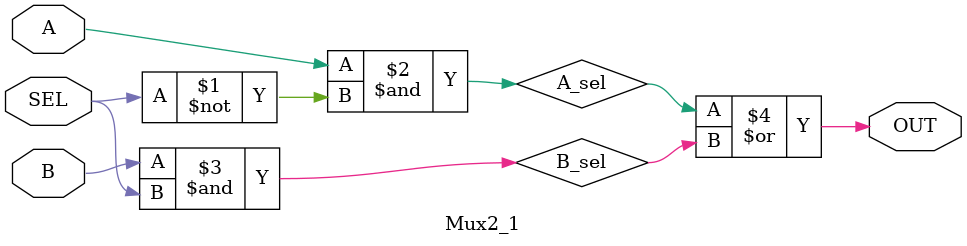
<source format=v>
module Mux2_1(
    input A,
    input B,
    input SEL,
    output OUT
);
   // You may only use structural verilog! (i.e. wires and gates only)
   /********YOUR CODE HERE********/

   
    
	wire A_sel, B_sel;
	
	and(A_sel,A,~SEL);
	and(B_sel,B,SEL);
	or(OUT,A_sel,B_sel);
    	
	

   /********END CODE********/

   //assign OUT = 1'b0; //delete this line once you finish writing your logic

endmodule

</source>
